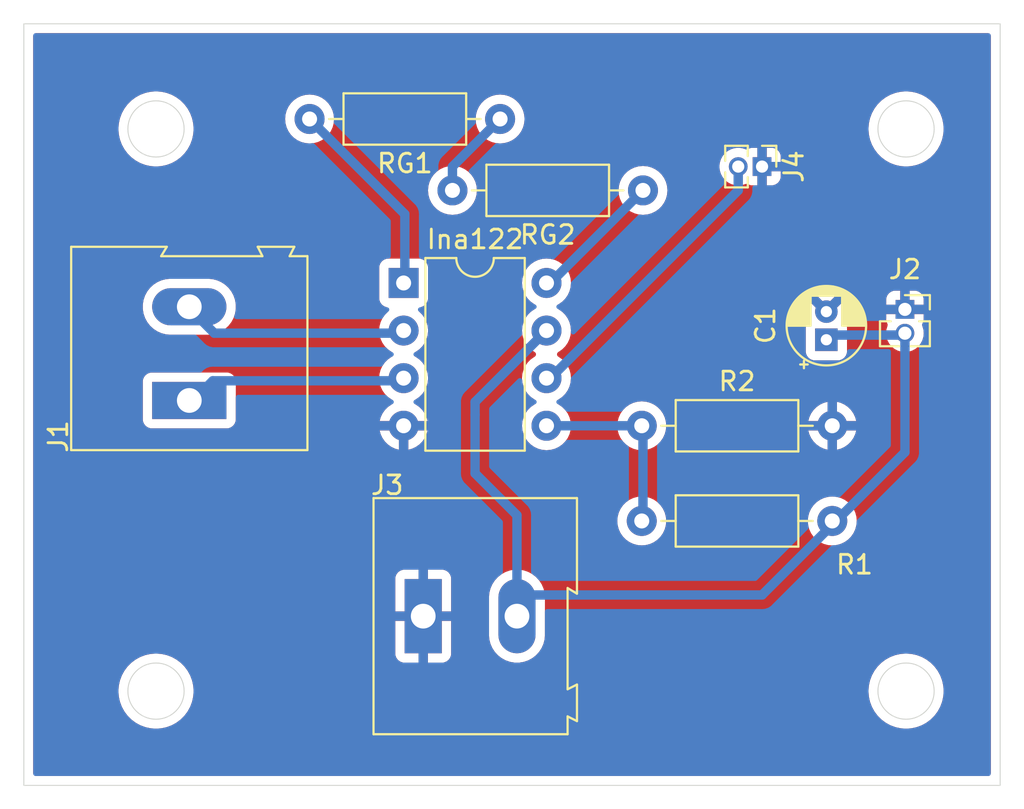
<source format=kicad_pcb>
(kicad_pcb (version 20221018) (generator pcbnew)
  (title_block (title "PCB: Differential Ampliefier Circuit for Wheatstone-Bridge") (date "2023-12-13") (rev "00") (company "Group 15") (comment 1 "3.3v input") (comment 2 "v+ , v- input from Wheatstone-bridge") (comment 3 "3.3v output for Wheatstone-bridge"))
  (layers (0 "F.Cu" signal) (31 "B.Cu" signal) (34 "B.Paste" user) (35 "F.Paste" user) (36 "B.SilkS" user "B.Silkscreen") (37 "F.SilkS" user "F.Silkscreen") (38 "B.Mask" user) (39 "F.Mask" user) (44 "Edge.Cuts" user))
  (net 0 "")
  (net 1 "IN3.3")
  (net 2 "GND")
  (net 3 "Net-(Ina122-Pad1)")
  (net 4 "/Vin-")
  (net 5 "/Vin+")
  (net 6 "/Vo")
  (net 7 "Net-(Ina122-Pad5)")
  (net 8 "Net-(RG1-Pad1)")
  (net 9 "Net-(Ina122-Pad8)")
  (footprint "TerminalBlock:TerminalBlock_Altech_AK300-2_P5.00mm" (layer "F.Cu") (at 116.775 92.49 90)
    (fp_text reference "J1" (at -1.92 -6.99 90) (layer "F.SilkS"))
    (fp_text value "Differential input")
    (fp_line (start -2.65 -6.3) (end -2.65 6.3) (stroke (width 0.12)) (layer "F.SilkS"))
    (fp_line (start -2.65 6.3) (end 7.7 6.3) (stroke (width 0.12)) (layer "F.SilkS"))
    (fp_line (start 7.7 -1.5) (end 8.2 -1.2) (stroke (width 0.12)) (layer "F.SilkS"))
    (fp_line (start 7.7 3.9) (end 7.7 -1.5) (stroke (width 0.12)) (layer "F.SilkS"))
    (fp_line (start 7.7 5.35) (end 8.2 5.6) (stroke (width 0.12)) (layer "F.SilkS"))
    (fp_line (start 7.7 6.3) (end 7.7 5.35) (stroke (width 0.12)) (layer "F.SilkS"))
    (fp_line (start 8.2 -6.3) (end -2.65 -6.3) (stroke (width 0.12)) (layer "F.SilkS"))
    (fp_line (start 8.2 -1.2) (end 8.2 -6.3) (stroke (width 0.12)) (layer "F.SilkS"))
    (fp_line (start 8.2 3.65) (end 7.7 3.9) (stroke (width 0.12)) (layer "F.SilkS"))
    (fp_line (start 8.2 3.7) (end 8.2 3.65) (stroke (width 0.12)) (layer "F.SilkS"))
    (fp_line (start 8.2 5.6) (end 8.2 3.7) (stroke (width 0.12)) (layer "F.SilkS"))
    (pad "1" thru_hole rect (at 0 0 90) (size 1.98 3.96) (drill 1.32) (layers "*.Cu" "*.Mask") (net 5 "/Vin+"))
    (pad "2" thru_hole oval (at 5 0 90) (size 1.98 3.96) (drill 1.32) (layers "*.Cu" "*.Mask") (net 4 "/Vin-"))
  )
  (footprint "TerminalBlock:TerminalBlock_Altech_AK300-2_P5.00mm" (layer "F.Cu") (at 129.25 104)
    (fp_text reference "J3" (at -1.92 -6.99) (layer "F.SilkS"))
    (fp_text value "3.3V Output")
    (fp_line (start -2.65 -6.3) (end -2.65 6.3) (stroke (width 0.12)) (layer "F.SilkS"))
    (fp_line (start -2.65 6.3) (end 7.7 6.3) (stroke (width 0.12)) (layer "F.SilkS"))
    (fp_line (start 7.7 -1.5) (end 8.2 -1.2) (stroke (width 0.12)) (layer "F.SilkS"))
    (fp_line (start 7.7 3.9) (end 7.7 -1.5) (stroke (width 0.12)) (layer "F.SilkS"))
    (fp_line (start 7.7 5.35) (end 8.2 5.6) (stroke (width 0.12)) (layer "F.SilkS"))
    (fp_line (start 7.7 6.3) (end 7.7 5.35) (stroke (width 0.12)) (layer "F.SilkS"))
    (fp_line (start 8.2 -6.3) (end -2.65 -6.3) (stroke (width 0.12)) (layer "F.SilkS"))
    (fp_line (start 8.2 -1.2) (end 8.2 -6.3) (stroke (width 0.12)) (layer "F.SilkS"))
    (fp_line (start 8.2 3.65) (end 7.7 3.9) (stroke (width 0.12)) (layer "F.SilkS"))
    (fp_line (start 8.2 3.7) (end 8.2 3.65) (stroke (width 0.12)) (layer "F.SilkS"))
    (fp_line (start 8.2 5.6) (end 8.2 3.7) (stroke (width 0.12)) (layer "F.SilkS"))
    (pad "1" thru_hole rect (at 0 0) (size 1.98 3.96) (drill 1.32) (layers "*.Cu" "*.Mask") (net 2 "GND"))
    (pad "2" thru_hole oval (at 5 0) (size 1.98 3.96) (drill 1.32) (layers "*.Cu" "*.Mask") (net 1 "IN3.3"))
  )
  (footprint "Capacitor_THT:CP_Radial_D4.0mm_P1.50mm" (layer "F.Cu") (at 150.75 89.25 90)
    (fp_text reference "C1" (at 0.75 -3.25 90) (layer "F.SilkS"))
    (fp_text value "0.1u")
    (fp_line (start -1.519801 -1.195) (end -1.119801 -1.195) (stroke (width 0.12)) (layer "F.SilkS"))
    (fp_line (start -1.319801 -1.395) (end -1.319801 -0.995) (stroke (width 0.12)) (layer "F.SilkS"))
    (fp_line (start 0.75 -2.08) (end 0.75 -0.84) (stroke (width 0.12)) (layer "F.SilkS"))
    (fp_line (start 0.75 0.84) (end 0.75 2.08) (stroke (width 0.12)) (layer "F.SilkS"))
    (fp_line (start 0.79 -2.08) (end 0.79 -0.84) (stroke (width 0.12)) (layer "F.SilkS"))
    (fp_line (start 0.79 0.84) (end 0.79 2.08) (stroke (width 0.12)) (layer "F.SilkS"))
    (fp_line (start 0.83 -2.079) (end 0.83 -0.84) (stroke (width 0.12)) (layer "F.SilkS"))
    (fp_line (start 0.83 0.84) (end 0.83 2.079) (stroke (width 0.12)) (layer "F.SilkS"))
    (fp_line (start 0.87 -2.077) (end 0.87 -0.84) (stroke (width 0.12)) (layer "F.SilkS"))
    (fp_line (start 0.87 0.84) (end 0.87 2.077) (stroke (width 0.12)) (layer "F.SilkS"))
    (fp_line (start 0.91 -2.074) (end 0.91 -0.84) (stroke (width 0.12)) (layer "F.SilkS"))
    (fp_line (start 0.91 0.84) (end 0.91 2.074) (stroke (width 0.12)) (layer "F.SilkS"))
    (fp_line (start 0.95 -2.071) (end 0.95 -0.84) (stroke (width 0.12)) (layer "F.SilkS"))
    (fp_line (start 0.95 0.84) (end 0.95 2.071) (stroke (width 0.12)) (layer "F.SilkS"))
    (fp_line (start 0.99 -2.067) (end 0.99 -0.84) (stroke (width 0.12)) (layer "F.SilkS"))
    (fp_line (start 0.99 0.84) (end 0.99 2.067) (stroke (width 0.12)) (layer "F.SilkS"))
    (fp_line (start 1.03 -2.062) (end 1.03 -0.84) (stroke (width 0.12)) (layer "F.SilkS"))
    (fp_line (start 1.03 0.84) (end 1.03 2.062) (stroke (width 0.12)) (layer "F.SilkS"))
    (fp_line (start 1.07 -2.056) (end 1.07 -0.84) (stroke (width 0.12)) (layer "F.SilkS"))
    (fp_line (start 1.07 0.84) (end 1.07 2.056) (stroke (width 0.12)) (layer "F.SilkS"))
    (fp_line (start 1.11 -2.05) (end 1.11 -0.84) (stroke (width 0.12)) (layer "F.SilkS"))
    (fp_line (start 1.11 0.84) (end 1.11 2.05) (stroke (width 0.12)) (layer "F.SilkS"))
    (fp_line (start 1.15 -2.042) (end 1.15 -0.84) (stroke (width 0.12)) (layer "F.SilkS"))
    (fp_line (start 1.15 0.84) (end 1.15 2.042) (stroke (width 0.12)) (layer "F.SilkS"))
    (fp_line (start 1.19 -2.034) (end 1.19 -0.84) (stroke (width 0.12)) (layer "F.SilkS"))
    (fp_line (start 1.19 0.84) (end 1.19 2.034) (stroke (width 0.12)) (layer "F.SilkS"))
    (fp_line (start 1.23 -2.025) (end 1.23 -0.84) (stroke (width 0.12)) (layer "F.SilkS"))
    (fp_line (start 1.23 0.84) (end 1.23 2.025) (stroke (width 0.12)) (layer "F.SilkS"))
    (fp_line (start 1.27 -2.016) (end 1.27 -0.84) (stroke (width 0.12)) (layer "F.SilkS"))
    (fp_line (start 1.27 0.84) (end 1.27 2.016) (stroke (width 0.12)) (layer "F.SilkS"))
    (fp_line (start 1.31 -2.005) (end 1.31 -0.84) (stroke (width 0.12)) (layer "F.SilkS"))
    (fp_line (start 1.31 0.84) (end 1.31 2.005) (stroke (width 0.12)) (layer "F.SilkS"))
    (fp_line (start 1.35 -1.994) (end 1.35 -0.84) (stroke (width 0.12)) (layer "F.SilkS"))
    (fp_line (start 1.35 0.84) (end 1.35 1.994) (stroke (width 0.12)) (layer "F.SilkS"))
    (fp_line (start 1.39 -1.982) (end 1.39 -0.84) (stroke (width 0.12)) (layer "F.SilkS"))
    (fp_line (start 1.39 0.84) (end 1.39 1.982) (stroke (width 0.12)) (layer "F.SilkS"))
    (fp_line (start 1.43 -1.968) (end 1.43 -0.84) (stroke (width 0.12)) (layer "F.SilkS"))
    (fp_line (start 1.43 0.84) (end 1.43 1.968) (stroke (width 0.12)) (layer "F.SilkS"))
    (fp_line (start 1.471 -1.954) (end 1.471 -0.84) (stroke (width 0.12)) (layer "F.SilkS"))
    (fp_line (start 1.471 0.84) (end 1.471 1.954) (stroke (width 0.12)) (layer "F.SilkS"))
    (fp_line (start 1.511 -1.94) (end 1.511 -0.84) (stroke (width 0.12)) (layer "F.SilkS"))
    (fp_line (start 1.511 0.84) (end 1.511 1.94) (stroke (width 0.12)) (layer "F.SilkS"))
    (fp_line (start 1.551 -1.924) (end 1.551 -0.84) (stroke (width 0.12)) (layer "F.SilkS"))
    (fp_line (start 1.551 0.84) (end 1.551 1.924) (stroke (width 0.12)) (layer "F.SilkS"))
    (fp_line (start 1.591 -1.907) (end 1.591 -0.84) (stroke (width 0.12)) (layer "F.SilkS"))
    (fp_line (start 1.591 0.84) (end 1.591 1.907) (stroke (width 0.12)) (layer "F.SilkS"))
    (fp_line (start 1.631 -1.889) (end 1.631 -0.84) (stroke (width 0.12)) (layer "F.SilkS"))
    (fp_line (start 1.631 0.84) (end 1.631 1.889) (stroke (width 0.12)) (layer "F.SilkS"))
    (fp_line (start 1.671 -1.87) (end 1.671 -0.84) (stroke (width 0.12)) (layer "F.SilkS"))
    (fp_line (start 1.671 0.84) (end 1.671 1.87) (stroke (width 0.12)) (layer "F.SilkS"))
    (fp_line (start 1.711 -1.851) (end 1.711 -0.84) (stroke (width 0.12)) (layer "F.SilkS"))
    (fp_line (start 1.711 0.84) (end 1.711 1.851) (stroke (width 0.12)) (layer "F.SilkS"))
    (fp_line (start 1.751 -1.83) (end 1.751 -0.84) (stroke (width 0.12)) (layer "F.SilkS"))
    (fp_line (start 1.751 0.84) (end 1.751 1.83) (stroke (width 0.12)) (layer "F.SilkS"))
    (fp_line (start 1.791 -1.808) (end 1.791 -0.84) (stroke (width 0.12)) (layer "F.SilkS"))
    (fp_line (start 1.791 0.84) (end 1.791 1.808) (stroke (width 0.12)) (layer "F.SilkS"))
    (fp_line (start 1.831 -1.785) (end 1.831 -0.84) (stroke (width 0.12)) (layer "F.SilkS"))
    (fp_line (start 1.831 0.84) (end 1.831 1.785) (stroke (width 0.12)) (layer "F.SilkS"))
    (fp_line (start 1.871 -1.76) (end 1.871 -0.84) (stroke (width 0.12)) (layer "F.SilkS"))
    (fp_line (start 1.871 0.84) (end 1.871 1.76) (stroke (width 0.12)) (layer "F.SilkS"))
    (fp_line (start 1.911 -1.735) (end 1.911 -0.84) (stroke (width 0.12)) (layer "F.SilkS"))
    (fp_line (start 1.911 0.84) (end 1.911 1.735) (stroke (width 0.12)) (layer "F.SilkS"))
    (fp_line (start 1.951 -1.708) (end 1.951 -0.84) (stroke (width 0.12)) (layer "F.SilkS"))
    (fp_line (start 1.951 0.84) (end 1.951 1.708) (stroke (width 0.12)) (layer "F.SilkS"))
    (fp_line (start 1.991 -1.68) (end 1.991 -0.84) (stroke (width 0.12)) (layer "F.SilkS"))
    (fp_line (start 1.991 0.84) (end 1.991 1.68) (stroke (width 0.12)) (layer "F.SilkS"))
    (fp_line (start 2.031 -1.65) (end 2.031 -0.84) (stroke (width 0.12)) (layer "F.SilkS"))
    (fp_line (start 2.031 0.84) (end 2.031 1.65) (stroke (width 0.12)) (layer "F.SilkS"))
    (fp_line (start 2.071 -1.619) (end 2.071 -0.84) (stroke (width 0.12)) (layer "F.SilkS"))
    (fp_line (start 2.071 0.84) (end 2.071 1.619) (stroke (width 0.12)) (layer "F.SilkS"))
    (fp_line (start 2.111 -1.587) (end 2.111 -0.84) (stroke (width 0.12)) (layer "F.SilkS"))
    (fp_line (start 2.111 0.84) (end 2.111 1.587) (stroke (width 0.12)) (layer "F.SilkS"))
    (fp_line (start 2.151 -1.552) (end 2.151 -0.84) (stroke (width 0.12)) (layer "F.SilkS"))
    (fp_line (start 2.151 0.84) (end 2.151 1.552) (stroke (width 0.12)) (layer "F.SilkS"))
    (fp_line (start 2.191 -1.516) (end 2.191 -0.84) (stroke (width 0.12)) (layer "F.SilkS"))
    (fp_line (start 2.191 0.84) (end 2.191 1.516) (stroke (width 0.12)) (layer "F.SilkS"))
    (fp_line (start 2.231 -1.478) (end 2.231 -0.84) (stroke (width 0.12)) (layer "F.SilkS"))
    (fp_line (start 2.231 0.84) (end 2.231 1.478) (stroke (width 0.12)) (layer "F.SilkS"))
    (fp_line (start 2.271 -1.438) (end 2.271 -0.84) (stroke (width 0.12)) (layer "F.SilkS"))
    (fp_line (start 2.271 0.84) (end 2.271 1.438) (stroke (width 0.12)) (layer "F.SilkS"))
    (fp_line (start 2.311 -1.396) (end 2.311 -0.84) (stroke (width 0.12)) (layer "F.SilkS"))
    (fp_line (start 2.311 0.84) (end 2.311 1.396) (stroke (width 0.12)) (layer "F.SilkS"))
    (fp_line (start 2.351 -1.351) (end 2.351 1.351) (stroke (width 0.12)) (layer "F.SilkS"))
    (fp_line (start 2.391 -1.304) (end 2.391 1.304) (stroke (width 0.12)) (layer "F.SilkS"))
    (fp_line (start 2.431 -1.254) (end 2.431 1.254) (stroke (width 0.12)) (layer "F.SilkS"))
    (fp_line (start 2.471 -1.2) (end 2.471 1.2) (stroke (width 0.12)) (layer "F.SilkS"))
    (fp_line (start 2.511 -1.142) (end 2.511 1.142) (stroke (width 0.12)) (layer "F.SilkS"))
    (fp_line (start 2.551 -1.08) (end 2.551 1.08) (stroke (width 0.12)) (layer "F.SilkS"))
    (fp_line (start 2.591 -1.013) (end 2.591 1.013) (stroke (width 0.12)) (layer "F.SilkS"))
    (fp_line (start 2.631 -0.94) (end 2.631 0.94) (stroke (width 0.12)) (layer "F.SilkS"))
    (fp_line (start 2.671 -0.859) (end 2.671 0.859) (stroke (width 0.12)) (layer "F.SilkS"))
    (fp_line (start 2.711 -0.768) (end 2.711 0.768) (stroke (width 0.12)) (layer "F.SilkS"))
    (fp_line (start 2.751 -0.664) (end 2.751 0.664) (stroke (width 0.12)) (layer "F.SilkS"))
    (fp_line (start 2.791 -0.537) (end 2.791 0.537) (stroke (width 0.12)) (layer "F.SilkS"))
    (fp_line (start 2.831 -0.37) (end 2.831 0.37) (stroke (width 0.12)) (layer "F.SilkS"))
    (fp_circle (center 0.75 0) (end 2.87 0) (stroke (width 0.12)) (fill none) (layer "F.SilkS"))
    (pad "1" thru_hole rect (at 0 0 90) (size 1.2 1.2) (drill 0.6) (layers "*.Cu" "*.Mask") (net 1 "IN3.3"))
    (pad "2" thru_hole circle (at 1.5 0 90) (size 1.2 1.2) (drill 0.6) (layers "*.Cu" "*.Mask") (net 2 "GND"))
  )
  (footprint "Resistor_THT:R_Axial_DIN0207_L6.3mm_D2.5mm_P10.16mm_Horizontal" (layer "F.Cu") (at 140.905 93.84)
    (fp_text reference "R2" (at 5.08 -2.37) (layer "F.SilkS"))
    (fp_text value "6.8k")
    (fp_line (start 1.04 0) (end 1.81 0) (stroke (width 0.12)) (layer "F.SilkS"))
    (fp_line (start 1.81 -1.37) (end 1.81 1.37) (stroke (width 0.12)) (layer "F.SilkS"))
    (fp_line (start 1.81 1.37) (end 8.35 1.37) (stroke (width 0.12)) (layer "F.SilkS"))
    (fp_line (start 8.35 -1.37) (end 1.81 -1.37) (stroke (width 0.12)) (layer "F.SilkS"))
    (fp_line (start 8.35 1.37) (end 8.35 -1.37) (stroke (width 0.12)) (layer "F.SilkS"))
    (fp_line (start 9.12 0) (end 8.35 0) (stroke (width 0.12)) (layer "F.SilkS"))
    (pad "1" thru_hole circle (at 0 0) (size 1.6 1.6) (drill 0.8) (layers "*.Cu" "*.Mask") (net 7 "Net-(Ina122-Pad5)"))
    (pad "2" thru_hole oval (at 10.16 0) (size 1.6 1.6) (drill 0.8) (layers "*.Cu" "*.Mask") (net 2 "GND"))
  )
  (footprint "Connector_PinHeader_1.27mm:PinHeader_1x02_P1.27mm_Vertical" (layer "F.Cu") (at 147.32 80.01 -90)
    (fp_text reference "J4" (at 0 -1.695 90) (layer "F.SilkS"))
    (fp_text value "Output")
    (fp_line (start -1.11 -0.76) (end 0 -0.76) (stroke (width 0.12)) (layer "F.SilkS"))
    (fp_line (start -1.11 0) (end -1.11 -0.76) (stroke (width 0.12)) (layer "F.SilkS"))
    (fp_line (start -1.11 0.76) (end -1.11 1.965) (stroke (width 0.12)) (layer "F.SilkS"))
    (fp_line (start -1.11 0.76) (end -0.563471 0.76) (stroke (width 0.12)) (layer "F.SilkS"))
    (fp_line (start -1.11 1.965) (end -0.30753 1.965) (stroke (width 0.12)) (layer "F.SilkS"))
    (fp_line (start 0.30753 1.965) (end 1.11 1.965) (stroke (width 0.12)) (layer "F.SilkS"))
    (fp_line (start 0.563471 0.76) (end 1.11 0.76) (stroke (width 0.12)) (layer "F.SilkS"))
    (fp_line (start 1.11 0.76) (end 1.11 1.965) (stroke (width 0.12)) (layer "F.SilkS"))
    (pad "1" thru_hole rect (at 0 0 270) (size 1 1) (drill 0.65) (layers "*.Cu" "*.Mask") (net 2 "GND"))
    (pad "2" thru_hole oval (at 0 1.27 270) (size 1 1) (drill 0.65) (layers "*.Cu" "*.Mask") (net 6 "/Vo"))
  )
  (footprint "Connector_PinSocket_1.27mm:PinSocket_1x02_P1.27mm_Vertical" (layer "F.Cu") (at 154.94 87.63)
    (fp_text reference "J2" (at 0 -2.135) (layer "F.SilkS"))
    (fp_text value "3.3V Input")
    (fp_line (start -1.33 0.635) (end -1.33 1.965) (stroke (width 0.12)) (layer "F.SilkS"))
    (fp_line (start -1.33 0.635) (end -0.76 0.635) (stroke (width 0.12)) (layer "F.SilkS"))
    (fp_line (start -1.33 1.965) (end -0.30753 1.965) (stroke (width 0.12)) (layer "F.SilkS"))
    (fp_line (start 0 -0.76) (end 1.33 -0.76) (stroke (width 0.12)) (layer "F.SilkS"))
    (fp_line (start 0.30753 1.965) (end 1.33 1.965) (stroke (width 0.12)) (layer "F.SilkS"))
    (fp_line (start 0.76 0.635) (end 1.33 0.635) (stroke (width 0.12)) (layer "F.SilkS"))
    (fp_line (start 1.33 -0.76) (end 1.33 0) (stroke (width 0.12)) (layer "F.SilkS"))
    (fp_line (start 1.33 0.635) (end 1.33 1.965) (stroke (width 0.12)) (layer "F.SilkS"))
    (pad "1" thru_hole rect (at 0 0) (size 1 1) (drill 0.7) (layers "*.Cu" "*.Mask") (net 2 "GND"))
    (pad "2" thru_hole oval (at 0 1.27) (size 1 1) (drill 0.7) (layers "*.Cu" "*.Mask") (net 1 "IN3.3"))
  )
  (footprint "Resistor_THT:R_Axial_DIN0207_L6.3mm_D2.5mm_P10.16mm_Horizontal" (layer "F.Cu") (at 133.35 77.47 180)
    (fp_text reference "RG1" (at 5.08 -2.37) (layer "F.SilkS"))
    (fp_text value "270")
    (fp_line (start 1.04 0) (end 1.81 0) (stroke (width 0.12)) (layer "F.SilkS"))
    (fp_line (start 1.81 -1.37) (end 1.81 1.37) (stroke (width 0.12)) (layer "F.SilkS"))
    (fp_line (start 1.81 1.37) (end 8.35 1.37) (stroke (width 0.12)) (layer "F.SilkS"))
    (fp_line (start 8.35 -1.37) (end 1.81 -1.37) (stroke (width 0.12)) (layer "F.SilkS"))
    (fp_line (start 8.35 1.37) (end 8.35 -1.37) (stroke (width 0.12)) (layer "F.SilkS"))
    (fp_line (start 9.12 0) (end 8.35 0) (stroke (width 0.12)) (layer "F.SilkS"))
    (pad "1" thru_hole circle (at 0 0 180) (size 1.6 1.6) (drill 0.8) (layers "*.Cu" "*.Mask") (net 8 "Net-(RG1-Pad1)"))
    (pad "2" thru_hole oval (at 10.16 0 180) (size 1.6 1.6) (drill 0.8) (layers "*.Cu" "*.Mask") (net 3 "Net-(Ina122-Pad1)"))
  )
  (footprint "Resistor_THT:R_Axial_DIN0207_L6.3mm_D2.5mm_P10.16mm_Horizontal" (layer "F.Cu") (at 140.97 81.28 180)
    (fp_text reference "RG2" (at 5.08 -2.37) (layer "F.SilkS"))
    (fp_text value "56")
    (fp_line (start 1.04 0) (end 1.81 0) (stroke (width 0.12)) (layer "F.SilkS"))
    (fp_line (start 1.81 -1.37) (end 1.81 1.37) (stroke (width 0.12)) (layer "F.SilkS"))
    (fp_line (start 1.81 1.37) (end 8.35 1.37) (stroke (width 0.12)) (layer "F.SilkS"))
    (fp_line (start 8.35 -1.37) (end 1.81 -1.37) (stroke (width 0.12)) (layer "F.SilkS"))
    (fp_line (start 8.35 1.37) (end 8.35 -1.37) (stroke (width 0.12)) (layer "F.SilkS"))
    (fp_line (start 9.12 0) (end 8.35 0) (stroke (width 0.12)) (layer "F.SilkS"))
    (pad "1" thru_hole circle (at 0 0 180) (size 1.6 1.6) (drill 0.8) (layers "*.Cu" "*.Mask") (net 9 "Net-(Ina122-Pad8)"))
    (pad "2" thru_hole oval (at 10.16 0 180) (size 1.6 1.6) (drill 0.8) (layers "*.Cu" "*.Mask") (net 8 "Net-(RG1-Pad1)"))
  )
  (footprint "Resistor_THT:R_Axial_DIN0207_L6.3mm_D2.5mm_P10.16mm_Horizontal" (layer "F.Cu") (at 151.065 98.92 180)
    (fp_text reference "R1" (at -1.185 -2.33) (layer "F.SilkS"))
    (fp_text value "105k")
    (fp_line (start 1.04 0) (end 1.81 0) (stroke (width 0.12)) (layer "F.SilkS"))
    (fp_line (start 1.81 -1.37) (end 1.81 1.37) (stroke (width 0.12)) (layer "F.SilkS"))
    (fp_line (start 1.81 1.37) (end 8.35 1.37) (stroke (width 0.12)) (layer "F.SilkS"))
    (fp_line (start 8.35 -1.37) (end 1.81 -1.37) (stroke (width 0.12)) (layer "F.SilkS"))
    (fp_line (start 8.35 1.37) (end 8.35 -1.37) (stroke (width 0.12)) (layer "F.SilkS"))
    (fp_line (start 9.12 0) (end 8.35 0) (stroke (width 0.12)) (layer "F.SilkS"))
    (pad "1" thru_hole circle (at 0 0 180) (size 1.6 1.6) (drill 0.8) (layers "*.Cu" "*.Mask") (net 1 "IN3.3"))
    (pad "2" thru_hole oval (at 10.16 0 180) (size 1.6 1.6) (drill 0.8) (layers "*.Cu" "*.Mask") (net 7 "Net-(Ina122-Pad5)"))
  )
  (footprint "Package_DIP:DIP-8_W7.62mm" (layer "F.Cu") (at 128.205 86.22)
    (fp_text reference "Ina122" (at 3.81 -2.33) (layer "F.SilkS"))
    (fp_text value "~")
    (fp_line (start 1.16 -1.33) (end 1.16 8.95) (stroke (width 0.12)) (layer "F.SilkS"))
    (fp_line (start 1.16 8.95) (end 6.46 8.95) (stroke (width 0.12)) (layer "F.SilkS"))
    (fp_line (start 2.81 -1.33) (end 1.16 -1.33) (stroke (width 0.12)) (layer "F.SilkS"))
    (fp_line (start 6.46 -1.33) (end 4.81 -1.33) (stroke (width 0.12)) (layer "F.SilkS"))
    (fp_line (start 6.46 8.95) (end 6.46 -1.33) (stroke (width 0.12)) (layer "F.SilkS"))
    (fp_arc (start 4.81 -1.33) (mid 3.81 -0.33) (end 2.81 -1.33) (stroke (width 0.12)) (layer "F.SilkS"))
    (pad "1" thru_hole rect (at 0 0) (size 1.6 1.6) (drill 0.8) (layers "*.Cu" "*.Mask") (net 3 "Net-(Ina122-Pad1)"))
    (pad "2" thru_hole oval (at 0 2.54) (size 1.6 1.6) (drill 0.8) (layers "*.Cu" "*.Mask") (net 4 "/Vin-"))
    (pad "3" thru_hole oval (at 0 5.08) (size 1.6 1.6) (drill 0.8) (layers "*.Cu" "*.Mask") (net 5 "/Vin+"))
    (pad "4" thru_hole oval (at 0 7.62) (size 1.6 1.6) (drill 0.8) (layers "*.Cu" "*.Mask") (net 2 "GND"))
    (pad "5" thru_hole oval (at 7.62 7.62) (size 1.6 1.6) (drill 0.8) (layers "*.Cu" "*.Mask") (net 7 "Net-(Ina122-Pad5)"))
    (pad "6" thru_hole oval (at 7.62 5.08) (size 1.6 1.6) (drill 0.8) (layers "*.Cu" "*.Mask") (net 6 "/Vo"))
    (pad "7" thru_hole oval (at 7.62 2.54) (size 1.6 1.6) (drill 0.8) (layers "*.Cu" "*.Mask") (net 1 "IN3.3"))
    (pad "8" thru_hole oval (at 7.62 0) (size 1.6 1.6) (drill 0.8) (layers "*.Cu" "*.Mask") (net 9 "Net-(Ina122-Pad8)"))
  )
  (gr_circle (center 155 78) (end 156.5 78) (stroke (width 0.05)) (fill none) (layer "Edge.Cuts"))
  (gr_circle (center 115 78) (end 116.5 78) (stroke (width 0.05)) (fill none) (layer "Edge.Cuts"))
  (gr_rect (start 107.95 72.39) (end 160.02 113.03) (stroke (width 0.05)) (fill none) (layer "Edge.Cuts"))
  (gr_circle (center 155 108) (end 156.5 108) (stroke (width 0.05)) (fill none) (layer "Edge.Cuts"))
  (gr_circle (center 115 108) (end 116.5 108) (stroke (width 0.05)) (fill none) (layer "Edge.Cuts"))
  (gr_text "version:\n00\n" (at 112.435 102.36) (layer "F.Cu") (effects (font (size 1.5 1.5) (thickness 0.3) bold) (justify left bottom)))
  (segment (start 132.015 92.57) (end 132.015 93.25) (width 0.5) (layer "B.Cu") (net 1))
  (segment (start 147.32 102.87) (end 134.315 102.87) (width 0.5) (layer "B.Cu") (net 1))
  (segment (start 154.94 95.25) (end 154.94 88.9) (width 0.5) (layer "B.Cu") (net 1))
  (segment (start 134.25 102.73) (end 134.25 98.615) (width 0.5) (layer "B.Cu") (net 1))
  (segment (start 151.13 99.06) (end 154.94 95.25) (width 0.5) (layer "B.Cu") (net 1))
  (segment (start 132.015 96.38) (end 132.015 93.25) (width 0.5) (layer "B.Cu") (net 1))
  (segment (start 134.25 98.615) (end 132.015 96.38) (width 0.5) (layer "B.Cu") (net 1))
  (segment (start 151.25 89) (end 154.84 89) (width 0.5) (layer "B.Cu") (net 1))
  (segment (start 151.13 99.06) (end 147.32 102.87) (width 0.5) (layer "B.Cu") (net 1))
  (segment (start 135.825 88.76) (end 132.015 92.57) (width 0.5) (layer "B.Cu") (net 1))
  (segment (start 135.35 88.9) (end 135.89 88.9) (width 0.5) (layer "B.Cu") (net 1))
  (segment (start 154.84 89) (end 154.94 88.9) (width 0.2) (layer "B.Cu") (net 1))
  (segment (start 128.27 82.55) (end 123.19 77.47) (width 0.5) (layer "B.Cu") (net 3))
  (segment (start 128.27 86.36) (end 128.27 82.55) (width 0.5) (layer "B.Cu") (net 3))
  (segment (start 128.27 88.9) (end 118.11 88.9) (width 0.5) (layer "B.Cu") (net 4))
  (segment (start 118.11 88.9) (end 116.84 87.63) (width 0.5) (layer "B.Cu") (net 4))
  (segment (start 118.03 91.44) (end 116.84 92.63) (width 0.5) (layer "B.Cu") (net 5))
  (segment (start 128.27 91.44) (end 118.03 91.44) (width 0.5) (layer "B.Cu") (net 5))
  (segment (start 146.05 81.28) (end 146.05 80.01) (width 0.5) (layer "B.Cu") (net 6))
  (segment (start 135.89 91.44) (end 146.05 81.28) (width 0.5) (layer "B.Cu") (net 6))
  (segment (start 140.97 99.06) (end 140.97 93.98) (width 0.5) (layer "B.Cu") (net 7))
  (segment (start 135.825 93.84) (end 140.905 93.84) (width 0.5) (layer "B.Cu") (net 7))
  (segment (start 130.81 81.28) (end 130.81 80.01) (width 0.5) (layer "B.Cu") (net 8))
  (segment (start 130.81 80.01) (end 133.35 77.47) (width 0.5) (layer "B.Cu") (net 8))
  (segment (start 140.97 81.28) (end 135.89 86.36) (width 0.5) (layer "B.Cu") (net 9))
  (zone (net 2) (net_name "GND") (layer "F.Cu") (priority 1) (connect_pads (clearance 0.5)) (min_thickness 0.3) (fill yes (thermal_gap 0.5) (thermal_bridge_width 0.5) (island_removal_mode 1) (island_area_min 10))
    (polygon (pts (xy 106.68 71.12) (xy 161.25 71.25) (xy 161.29 114.3) (xy 106.68 114.3)))
  )
  (zone (net 2) (net_name "GND") (layer "B.Cu") (connect_pads (clearance 0.5)) (min_thickness 0.25) (fill yes (thermal_gap 0.5) (thermal_bridge_width 0.5) (island_removal_mode 1) (island_area_min 10))
    (polygon (pts (xy 107.75 72.25) (xy 160.25 72.25) (xy 160.5 113) (xy 108 113)))
  )
)
</source>
